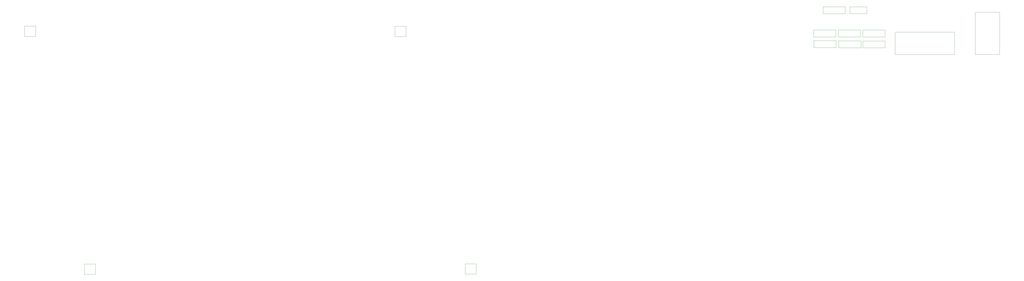
<source format=gbr>
G04 #@! TF.GenerationSoftware,KiCad,Pcbnew,7.0.1*
G04 #@! TF.CreationDate,2024-09-21T18:31:01-05:00*
G04 #@! TF.ProjectId,C128DKEYBOARD,43313238-444b-4455-9942-4f4152442e6b,3.3*
G04 #@! TF.SameCoordinates,Original*
G04 #@! TF.FileFunction,Other,User*
%FSLAX46Y46*%
G04 Gerber Fmt 4.6, Leading zero omitted, Abs format (unit mm)*
G04 Created by KiCad (PCBNEW 7.0.1) date 2024-09-21 18:31:01*
%MOMM*%
%LPD*%
G01*
G04 APERTURE LIST*
%ADD10C,0.050000*%
G04 APERTURE END LIST*
D10*
X428667200Y-140883800D02*
X438387200Y-140883800D01*
X428667200Y-137883800D02*
X428667200Y-140883800D01*
X438387200Y-137883800D02*
X428667200Y-137883800D01*
X438387200Y-140883800D02*
X438387200Y-137883800D01*
X488508800Y-148569400D02*
X488508800Y-130119400D01*
X477808800Y-148569400D02*
X488508800Y-148569400D01*
X477808800Y-130119400D02*
X477808800Y-148569400D01*
X488508800Y-130119400D02*
X477808800Y-130119400D01*
X428641800Y-145695800D02*
X438361800Y-145695800D01*
X438361800Y-142695800D02*
X428641800Y-142695800D01*
X438361800Y-145695800D02*
X438361800Y-142695800D01*
X428641800Y-142695800D02*
X428641800Y-145695800D01*
X442777200Y-138787800D02*
X442777200Y-148587800D01*
X468727200Y-148587800D02*
X468727200Y-138787800D01*
X468727200Y-138787800D02*
X442777200Y-138787800D01*
X442777200Y-148587800D02*
X468727200Y-148587800D01*
X93021800Y-244896200D02*
X93021800Y-240396200D01*
X93021800Y-240396200D02*
X88171800Y-240396200D01*
X88171800Y-240396200D02*
X88171800Y-244896200D01*
X88171800Y-244896200D02*
X93021800Y-244896200D01*
X407229600Y-145568800D02*
X416949600Y-145568800D01*
X416949600Y-145568800D02*
X416949600Y-142568800D01*
X407229600Y-142568800D02*
X407229600Y-145568800D01*
X416949600Y-142568800D02*
X407229600Y-142568800D01*
X427617200Y-137883800D02*
X417897200Y-137883800D01*
X427617200Y-140883800D02*
X427617200Y-137883800D01*
X417897200Y-140883800D02*
X427617200Y-140883800D01*
X417897200Y-137883800D02*
X417897200Y-140883800D01*
X430419200Y-127684400D02*
X422919200Y-127684400D01*
X422919200Y-130684400D02*
X430419200Y-130684400D01*
X430419200Y-130684400D02*
X430419200Y-127684400D01*
X422919200Y-127684400D02*
X422919200Y-130684400D01*
X418126200Y-142619600D02*
X418126200Y-145619600D01*
X418126200Y-145619600D02*
X427846200Y-145619600D01*
X427846200Y-142619600D02*
X418126200Y-142619600D01*
X427846200Y-145619600D02*
X427846200Y-142619600D01*
X411242800Y-130735200D02*
X420962800Y-130735200D01*
X420962800Y-127735200D02*
X411242800Y-127735200D01*
X420962800Y-130735200D02*
X420962800Y-127735200D01*
X411242800Y-127735200D02*
X411242800Y-130735200D01*
X66814000Y-140705400D02*
X66814000Y-136205400D01*
X61964000Y-140705400D02*
X66814000Y-140705400D01*
X66814000Y-136205400D02*
X61964000Y-136205400D01*
X61964000Y-136205400D02*
X61964000Y-140705400D01*
X416847200Y-140883800D02*
X416847200Y-137883800D01*
X407127200Y-140883800D02*
X416847200Y-140883800D01*
X416847200Y-137883800D02*
X407127200Y-137883800D01*
X407127200Y-137883800D02*
X407127200Y-140883800D01*
X254724600Y-240320000D02*
X254724600Y-244820000D01*
X259574600Y-240320000D02*
X254724600Y-240320000D01*
X254724600Y-244820000D02*
X259574600Y-244820000D01*
X259574600Y-244820000D02*
X259574600Y-240320000D01*
X223965200Y-140781600D02*
X228815200Y-140781600D01*
X228815200Y-136281600D02*
X223965200Y-136281600D01*
X223965200Y-136281600D02*
X223965200Y-140781600D01*
X228815200Y-140781600D02*
X228815200Y-136281600D01*
M02*

</source>
